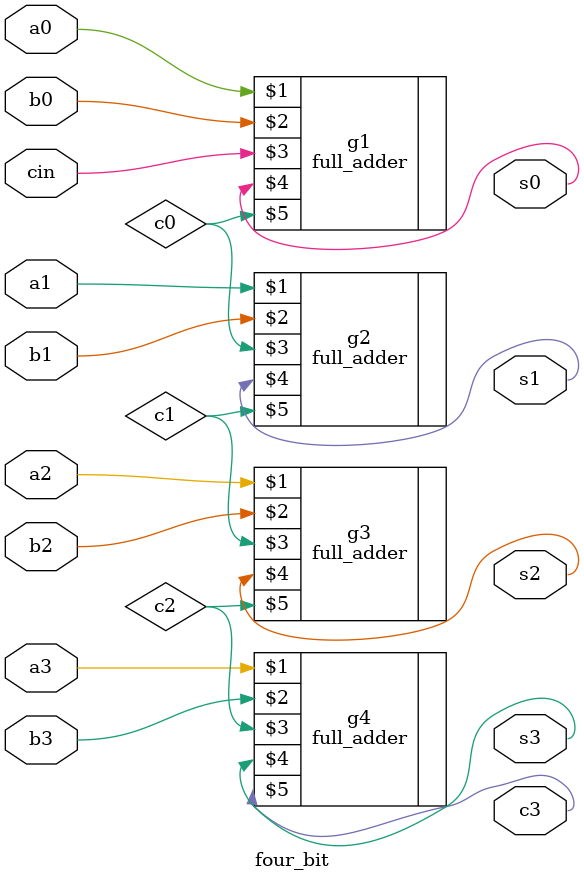
<source format=v>
module four_bit(a0, b0, a1, b1, a2, b2, a3, b3, cin, s0, s1, s2, s3, c3); //8 inputs and outputs and 1 Cin for carry and 1 Cout
input a0, b0, a1, b1, a2, b2, a3, b3, cin;
output s0, s1, s2, s3, c3;

full_adder g1(a0, b0, cin, s0, c0); 	//We can use four 1-bit full adders 
full_adder g2(a1, b1, c0, s1, c1);	//For implementing four bit adder
full_adder g3(a2, b2, c1, s2, c2);
full_adder g4(a3, b3, c2, s3, c3);

endmodule


</source>
